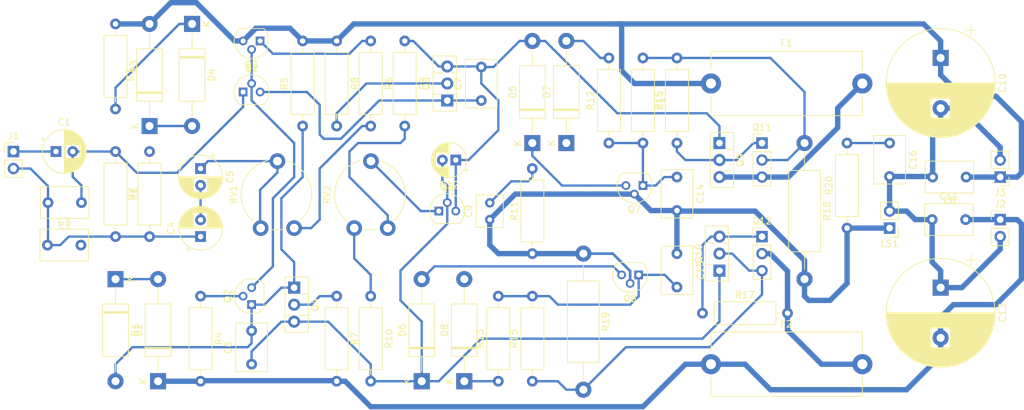
<source format=kicad_pcb>
(kicad_pcb (version 20171130) (host pcbnew 5.1.10)
  (layers (0 F.Cu signal) (31 B.Cu signal) (35 F.Paste user) (37 F.SilkS user) (38 B.Mask user) (39 F.Mask user) (44 Edge.Cuts user))
  (net 0 "")
  (net 1 "Net-(C1-Pad2)")
  (net 2 "Net-(C1-Pad1)")
  (net 3 "Net-(C2-Pad2)")
  (net 4 GND)
  (net 5 "Net-(C4-Pad2)")
  (net 6 "Net-(C5-Pad1)")
  (net 7 "Net-(C6-Pad2)")
  (net 8 "Net-(C12-Pad2)")
  (net 9 "Net-(C12-Pad1)")
  (net 10 "Net-(C7-Pad1)")
  (net 11 "Net-(C9-Pad2)")
  (net 12 "Net-(C14-Pad2)")
  (net 13 -40V)
  (net 14 "Net-(C14-Pad1)")
  (net 15 "Net-(C15-Pad2)")
  (net 16 "Net-(C16-Pad1)")
  (net 17 "Net-(D1-Pad1)")
  (net 18 "Net-(D3-Pad1)")
  (net 19 "Net-(D5-Pad1)")
  (net 20 "Net-(D6-Pad2)")
  (net 21 "Net-(D7-Pad2)")
  (net 22 "Net-(D8-Pad1)")
  (net 23 40V)
  (net 24 "Net-(F2-Pad2)")
  (net 25 "Net-(Q1-Pad2)")
  (net 26 "Net-(Q2-Pad2)")
  (net 27 "Net-(Q4-Pad2)")
  (net 28 "Net-(Q5-Pad2)")
  (net 29 "Net-(Q6-Pad1)")
  (net 30 "Net-(Q11-Pad1)")
  (net 31 "Net-(Q10-Pad3)")
  (net 32 "Net-(Q10-Pad2)")
  (net 33 "Net-(Q11-Pad2)")
  (net 34 "Net-(R6-Pad2)")
  (net 35 "Net-(R9-Pad2)")
  (net 36 "Net-(R10-Pad1)")
  (net 37 "Net-(F1-Pad2)")
  (module Capacitor_THT:CP_Radial_D16.0mm_P7.50mm (layer F.Cu) (at 170.18 110.49 270)
    (fp_text reference C13 (at 3.75 -9.25 90) (layer F.SilkS))
    (fp_text value "2200u x 40V")
    (pad 2 thru_hole circle (at 7.5 0 270) (size 2.4 2.4) (drill 1.2) (layers *.Cu *.Mask) (net 13 -40V))
    (pad 1 thru_hole rect (at 0 0 270) (size 2.4 2.4) (drill 1.2) (layers *.Cu *.Mask) (net 4 GND))
  )
  (module Connector_PinHeader_2.54mm:PinHeader_1x02_P2.54mm_Vertical (layer F.Cu) (at 179.07 93.98 180)
    (fp_text reference J3 (at 0 -2.33) (layer F.SilkS))
    (fp_text value +40V)
    (pad 2 thru_hole oval (at 0 2.54 180) (size 1.7 1.7) (drill 1) (layers *.Cu *.Mask) (net 4 GND))
    (pad 1 thru_hole rect (at 0 0 180) (size 1.7 1.7) (drill 1) (layers *.Cu *.Mask) (net 23 40V))
  )
  (module Connector_PinHeader_2.54mm:PinHeader_1x02_P2.54mm_Vertical (layer F.Cu) (at 179.07 100.33)
    (fp_text reference J2 (at 0 -2.33) (layer F.SilkS))
    (fp_text value -40V)
    (pad 1 thru_hole rect (at 0 0) (size 1.7 1.7) (drill 1) (layers *.Cu *.Mask) (net 13 -40V))
    (pad 2 thru_hole oval (at 0 2.54) (size 1.7 1.7) (drill 1) (layers *.Cu *.Mask) (net 4 GND))
  )
  (module Potentiometer_THT:Potentiometer_Piher_PT-10-V10_Vertical (layer F.Cu) (at 87.63 101.6 90)
    (fp_text reference RV2 (at 5 -9.05 90) (layer F.SilkS))
    (fp_text value 1K)
    (pad 1 thru_hole circle (at 0 0 90) (size 2.34 2.34) (drill 1.3) (layers *.Cu *.Mask) (net 35 "Net-(R9-Pad2)"))
    (pad 2 thru_hole circle (at 10 -2.5 90) (size 2.34 2.34) (drill 1.3) (layers *.Cu *.Mask) (net 29 "Net-(Q6-Pad1)"))
    (pad 3 thru_hole circle (at 0 -5 90) (size 2.34 2.34) (drill 1.3) (layers *.Cu *.Mask) (net 36 "Net-(R10-Pad1)"))
  )
  (module Potentiometer_THT:Potentiometer_Piher_PT-10-V10_Vertical (layer F.Cu) (at 73.66 101.6 90)
    (fp_text reference RV1 (at 5 -9.05 90) (layer F.SilkS))
    (fp_text value 1K)
    (pad 3 thru_hole circle (at 0 -5 90) (size 2.34 2.34) (drill 1.3) (layers *.Cu *.Mask) (net 6 "Net-(C5-Pad1)"))
    (pad 2 thru_hole circle (at 10 -2.5 90) (size 2.34 2.34) (drill 1.3) (layers *.Cu *.Mask) (net 6 "Net-(C5-Pad1)"))
    (pad 1 thru_hole circle (at 0 0 90) (size 2.34 2.34) (drill 1.3) (layers *.Cu *.Mask) (net 34 "Net-(R6-Pad2)"))
  )
  (module Resistor_THT:R_Axial_DIN0309_L9.0mm_D3.2mm_P12.70mm_Horizontal (layer F.Cu) (at 156.21 101.6 90)
    (fp_text reference R20 (at 6.35 -2.72 90) (layer F.SilkS))
    (fp_text value 10)
    (pad 2 thru_hole oval (at 12.7 0 90) (size 1.6 1.6) (drill 0.8) (layers *.Cu *.Mask) (net 16 "Net-(C16-Pad1)"))
    (pad 1 thru_hole circle (at 0 0 90) (size 1.6 1.6) (drill 0.8) (layers *.Cu *.Mask) (net 12 "Net-(C14-Pad2)"))
  )
  (module Resistor_THT:R_Axial_DIN0414_L11.9mm_D4.5mm_P20.32mm_Horizontal (layer F.Cu) (at 116.84 105.41 270)
    (fp_text reference R19 (at 10.16 -3.37 90) (layer F.SilkS))
    (fp_text value 0.33)
    (pad 2 thru_hole oval (at 20.32 0 270) (size 2.4 2.4) (drill 1.2) (layers *.Cu *.Mask) (net 32 "Net-(Q10-Pad2)"))
    (pad 1 thru_hole circle (at 0 0 270) (size 2.4 2.4) (drill 1.2) (layers *.Cu *.Mask) (net 12 "Net-(C14-Pad2)"))
  )
  (module Resistor_THT:R_Axial_DIN0414_L11.9mm_D4.5mm_P20.32mm_Horizontal (layer F.Cu) (at 149.86 88.9 270)
    (fp_text reference R18 (at 10.16 -3.37 90) (layer F.SilkS))
    (fp_text value 0.33)
    (pad 2 thru_hole oval (at 20.32 0 270) (size 2.4 2.4) (drill 1.2) (layers *.Cu *.Mask) (net 12 "Net-(C14-Pad2)"))
    (pad 1 thru_hole circle (at 0 0 270) (size 2.4 2.4) (drill 1.2) (layers *.Cu *.Mask) (net 33 "Net-(Q11-Pad2)"))
  )
  (module Resistor_THT:R_Axial_DIN0309_L9.0mm_D3.2mm_P12.70mm_Horizontal (layer F.Cu) (at 134.62 114.3)
    (fp_text reference R17 (at 6.35 -2.72) (layer F.SilkS))
    (fp_text value 47)
    (pad 2 thru_hole oval (at 12.7 0) (size 1.6 1.6) (drill 0.8) (layers *.Cu *.Mask) (net 24 "Net-(F2-Pad2)"))
    (pad 1 thru_hole circle (at 0 0) (size 1.6 1.6) (drill 0.8) (layers *.Cu *.Mask) (net 31 "Net-(Q10-Pad3)"))
  )
  (module Resistor_THT:R_Axial_DIN0309_L9.0mm_D3.2mm_P12.70mm_Horizontal (layer F.Cu) (at 130.81 88.9 90)
    (fp_text reference R16 (at 6.35 -2.72 90) (layer F.SilkS))
    (fp_text value 47)
    (pad 2 thru_hole oval (at 12.7 0 90) (size 1.6 1.6) (drill 0.8) (layers *.Cu *.Mask) (net 33 "Net-(Q11-Pad2)"))
    (pad 1 thru_hole circle (at 0 0 90) (size 1.6 1.6) (drill 0.8) (layers *.Cu *.Mask) (net 30 "Net-(Q11-Pad1)"))
  )
  (module Resistor_THT:R_Axial_DIN0309_L9.0mm_D3.2mm_P12.70mm_Horizontal (layer F.Cu) (at 109.22 124.46 90)
    (fp_text reference R15 (at 6.35 -2.72 90) (layer F.SilkS))
    (fp_text value 220)
    (pad 2 thru_hole oval (at 12.7 0 90) (size 1.6 1.6) (drill 0.8) (layers *.Cu *.Mask) (net 15 "Net-(C15-Pad2)"))
    (pad 1 thru_hole circle (at 0 0 90) (size 1.6 1.6) (drill 0.8) (layers *.Cu *.Mask) (net 32 "Net-(Q10-Pad2)"))
  )
  (module Resistor_THT:R_Axial_DIN0309_L9.0mm_D3.2mm_P12.70mm_Horizontal (layer F.Cu) (at 125.73 76.2 270)
    (fp_text reference R14 (at 6.35 -2.72 90) (layer F.SilkS))
    (fp_text value 220)
    (pad 2 thru_hole oval (at 12.7 0 270) (size 1.6 1.6) (drill 0.8) (layers *.Cu *.Mask) (net 14 "Net-(C14-Pad1)"))
    (pad 1 thru_hole circle (at 0 0 270) (size 1.6 1.6) (drill 0.8) (layers *.Cu *.Mask) (net 33 "Net-(Q11-Pad2)"))
  )
  (module Resistor_THT:R_Axial_DIN0309_L9.0mm_D3.2mm_P12.70mm_Horizontal (layer F.Cu) (at 104.14 124.46 90)
    (fp_text reference R13 (at 6.35 -2.72 90) (layer F.SilkS))
    (fp_text value 2K2)
    (pad 2 thru_hole oval (at 12.7 0 90) (size 1.6 1.6) (drill 0.8) (layers *.Cu *.Mask) (net 15 "Net-(C15-Pad2)"))
    (pad 1 thru_hole circle (at 0 0 90) (size 1.6 1.6) (drill 0.8) (layers *.Cu *.Mask) (net 22 "Net-(D8-Pad1)"))
  )
  (module Resistor_THT:R_Axial_DIN0309_L9.0mm_D3.2mm_P12.70mm_Horizontal (layer F.Cu) (at 120.65 88.9 90)
    (fp_text reference R12 (at 6.35 -2.72 90) (layer F.SilkS))
    (fp_text value 2K2)
    (pad 2 thru_hole oval (at 12.7 0 90) (size 1.6 1.6) (drill 0.8) (layers *.Cu *.Mask) (net 21 "Net-(D7-Pad2)"))
    (pad 1 thru_hole circle (at 0 0 90) (size 1.6 1.6) (drill 0.8) (layers *.Cu *.Mask) (net 14 "Net-(C14-Pad1)"))
  )
  (module Resistor_THT:R_Axial_DIN0309_L9.0mm_D3.2mm_P12.70mm_Horizontal (layer F.Cu) (at 109.22 105.41 90)
    (fp_text reference R11 (at 6.35 -2.72 90) (layer F.SilkS))
    (fp_text value 47K)
    (pad 2 thru_hole oval (at 12.7 0 90) (size 1.6 1.6) (drill 0.8) (layers *.Cu *.Mask) (net 11 "Net-(C9-Pad2)"))
    (pad 1 thru_hole circle (at 0 0 90) (size 1.6 1.6) (drill 0.8) (layers *.Cu *.Mask) (net 12 "Net-(C14-Pad2)"))
  )
  (module Resistor_THT:R_Axial_DIN0309_L9.0mm_D3.2mm_P12.70mm_Horizontal (layer F.Cu) (at 85.09 111.76 270)
    (fp_text reference R10 (at 6.35 -2.72 90) (layer F.SilkS))
    (fp_text value 1K)
    (pad 2 thru_hole oval (at 12.7 0 270) (size 1.6 1.6) (drill 0.8) (layers *.Cu *.Mask) (net 8 "Net-(C12-Pad2)"))
    (pad 1 thru_hole circle (at 0 0 270) (size 1.6 1.6) (drill 0.8) (layers *.Cu *.Mask) (net 36 "Net-(R10-Pad1)"))
  )
  (module Resistor_THT:R_Axial_DIN0309_L9.0mm_D3.2mm_P12.70mm_Horizontal (layer F.Cu) (at 90.17 73.66 270)
    (fp_text reference R9 (at 6.35 -2.72 90) (layer F.SilkS))
    (fp_text value 2K2)
    (pad 2 thru_hole oval (at 12.7 0 270) (size 1.6 1.6) (drill 0.8) (layers *.Cu *.Mask) (net 35 "Net-(R9-Pad2)"))
    (pad 1 thru_hole circle (at 0 0 270) (size 1.6 1.6) (drill 0.8) (layers *.Cu *.Mask) (net 9 "Net-(C12-Pad1)"))
  )
  (module Resistor_THT:R_Axial_DIN0309_L9.0mm_D3.2mm_P12.70mm_Horizontal (layer F.Cu) (at 80.01 73.66 270)
    (fp_text reference R8 (at 6.35 -2.72 90) (layer F.SilkS))
    (fp_text value 27)
    (pad 2 thru_hole oval (at 12.7 0 270) (size 1.6 1.6) (drill 0.8) (layers *.Cu *.Mask) (net 28 "Net-(Q5-Pad2)"))
    (pad 1 thru_hole circle (at 0 0 270) (size 1.6 1.6) (drill 0.8) (layers *.Cu *.Mask) (net 23 40V))
  )
  (module Resistor_THT:R_Axial_DIN0309_L9.0mm_D3.2mm_P12.70mm_Horizontal (layer F.Cu) (at 80.01 111.76 270)
    (fp_text reference R7 (at 6.35 -2.72 90) (layer F.SilkS))
    (fp_text value 68)
    (pad 2 thru_hole oval (at 12.7 0 270) (size 1.6 1.6) (drill 0.8) (layers *.Cu *.Mask) (net 13 -40V))
    (pad 1 thru_hole circle (at 0 0 270) (size 1.6 1.6) (drill 0.8) (layers *.Cu *.Mask) (net 27 "Net-(Q4-Pad2)"))
  )
  (module Resistor_THT:R_Axial_DIN0309_L9.0mm_D3.2mm_P12.70mm_Horizontal (layer F.Cu) (at 85.09 73.66 270)
    (fp_text reference R6 (at 6.35 -2.72 90) (layer F.SilkS))
    (fp_text value 1K)
    (pad 2 thru_hole oval (at 12.7 0 270) (size 1.6 1.6) (drill 0.8) (layers *.Cu *.Mask) (net 34 "Net-(R6-Pad2)"))
    (pad 1 thru_hole circle (at 0 0 270) (size 1.6 1.6) (drill 0.8) (layers *.Cu *.Mask) (net 11 "Net-(C9-Pad2)"))
  )
  (module Resistor_THT:R_Axial_DIN0309_L9.0mm_D3.2mm_P12.70mm_Horizontal (layer F.Cu) (at 74.93 86.36 90)
    (fp_text reference R5 (at 6.35 -2.72 90) (layer F.SilkS))
    (fp_text value 27K)
    (pad 2 thru_hole oval (at 12.7 0 90) (size 1.6 1.6) (drill 0.8) (layers *.Cu *.Mask) (net 23 40V))
    (pad 1 thru_hole circle (at 0 0 90) (size 1.6 1.6) (drill 0.8) (layers *.Cu *.Mask) (net 7 "Net-(C6-Pad2)"))
  )
  (module Resistor_THT:R_Axial_DIN0309_L9.0mm_D3.2mm_P12.70mm_Horizontal (layer F.Cu) (at 59.69 111.76 270)
    (fp_text reference R4 (at 6.35 -2.72 90) (layer F.SilkS))
    (fp_text value 390)
    (pad 2 thru_hole oval (at 12.7 0 270) (size 1.6 1.6) (drill 0.8) (layers *.Cu *.Mask) (net 13 -40V))
    (pad 1 thru_hole circle (at 0 0 270) (size 1.6 1.6) (drill 0.8) (layers *.Cu *.Mask) (net 26 "Net-(Q2-Pad2)"))
  )
  (module Resistor_THT:R_Axial_DIN0309_L9.0mm_D3.2mm_P12.70mm_Horizontal (layer F.Cu) (at 46.99 71.12 270)
    (fp_text reference R3 (at 6.35 -2.72 90) (layer F.SilkS))
    (fp_text value 1K)
    (pad 2 thru_hole oval (at 12.7 0 270) (size 1.6 1.6) (drill 0.8) (layers *.Cu *.Mask) (net 10 "Net-(C7-Pad1)"))
    (pad 1 thru_hole circle (at 0 0 270) (size 1.6 1.6) (drill 0.8) (layers *.Cu *.Mask) (net 23 40V))
  )
  (module Resistor_THT:R_Axial_DIN0309_L9.0mm_D3.2mm_P12.70mm_Horizontal (layer F.Cu) (at 52.07 102.87 90)
    (fp_text reference R2 (at 6.35 -2.72 90) (layer F.SilkS))
    (fp_text value 47)
    (pad 2 thru_hole oval (at 12.7 0 90) (size 1.6 1.6) (drill 0.8) (layers *.Cu *.Mask) (net 4 GND))
    (pad 1 thru_hole circle (at 0 0 90) (size 1.6 1.6) (drill 0.8) (layers *.Cu *.Mask) (net 3 "Net-(C2-Pad2)"))
  )
  (module Resistor_THT:R_Axial_DIN0309_L9.0mm_D3.2mm_P12.70mm_Horizontal (layer F.Cu) (at 46.99 90.17 270)
    (fp_text reference R1 (at 6.35 -2.72 90) (layer F.SilkS))
    (fp_text value 47K)
    (pad 2 thru_hole oval (at 12.7 0 270) (size 1.6 1.6) (drill 0.8) (layers *.Cu *.Mask) (net 3 "Net-(C2-Pad2)"))
    (pad 1 thru_hole circle (at 0 0 270) (size 1.6 1.6) (drill 0.8) (layers *.Cu *.Mask) (net 1 "Net-(C1-Pad2)"))
  )
  (module Connector_PinHeader_2.54mm:PinHeader_1x03_P2.54mm_Vertical (layer F.Cu) (at 143.51 102.87)
    (fp_text reference Q12 (at 0 -2.33) (layer F.SilkS))
    (fp_text value КТ808)
    (pad 3 thru_hole oval (at 0 5.08) (size 1.7 1.7) (drill 1) (layers *.Cu *.Mask) (net 32 "Net-(Q10-Pad2)"))
    (pad 2 thru_hole oval (at 0 2.54) (size 1.7 1.7) (drill 1) (layers *.Cu *.Mask) (net 24 "Net-(F2-Pad2)"))
    (pad 1 thru_hole rect (at 0 0) (size 1.7 1.7) (drill 1) (layers *.Cu *.Mask) (net 31 "Net-(Q10-Pad3)"))
  )
  (module Connector_PinHeader_2.54mm:PinHeader_1x03_P2.54mm_Vertical (layer F.Cu) (at 143.51 88.9)
    (fp_text reference Q11 (at 0 -2.33) (layer F.SilkS))
    (fp_text value КТ808)
    (pad 3 thru_hole oval (at 0 5.08) (size 1.7 1.7) (drill 1) (layers *.Cu *.Mask) (net 37 "Net-(F1-Pad2)"))
    (pad 2 thru_hole oval (at 0 2.54) (size 1.7 1.7) (drill 1) (layers *.Cu *.Mask) (net 33 "Net-(Q11-Pad2)"))
    (pad 1 thru_hole rect (at 0 0) (size 1.7 1.7) (drill 1) (layers *.Cu *.Mask) (net 30 "Net-(Q11-Pad1)"))
  )
  (module Package_TO_SOT_THT:TO-126-3_Vertical (layer F.Cu) (at 137.16 107.95 90)
    (fp_text reference Q10 (at 2.54 -3.12 90) (layer F.SilkS))
    (fp_text value КТ814Г)
    (pad 3 thru_hole oval (at 5.08 0 90) (size 1.8 1.8) (drill 1) (layers *.Cu *.Mask) (net 31 "Net-(Q10-Pad3)"))
    (pad 2 thru_hole oval (at 2.54 0 90) (size 1.8 1.8) (drill 1) (layers *.Cu *.Mask) (net 32 "Net-(Q10-Pad2)"))
    (pad 1 thru_hole rect (at 0 0 90) (size 1.8 1.8) (drill 1) (layers *.Cu *.Mask) (net 8 "Net-(C12-Pad2)"))
  )
  (module Package_TO_SOT_THT:TO-126-3_Vertical (layer F.Cu) (at 137.16 88.9 270)
    (fp_text reference Q9 (at 2.54 -3.12 90) (layer F.SilkS))
    (fp_text value КТ815Г)
    (pad 3 thru_hole oval (at 5.08 0 270) (size 1.8 1.8) (drill 1) (layers *.Cu *.Mask) (net 37 "Net-(F1-Pad2)"))
    (pad 2 thru_hole oval (at 2.54 0 270) (size 1.8 1.8) (drill 1) (layers *.Cu *.Mask) (net 30 "Net-(Q11-Pad1)"))
    (pad 1 thru_hole rect (at 0 0 270) (size 1.8 1.8) (drill 1) (layers *.Cu *.Mask) (net 9 "Net-(C12-Pad1)"))
  )
  (module Package_TO_SOT_THT:TO-92 (layer F.Cu) (at 125.095 108.585 180)
    (fp_text reference Q8 (at 1.27 -3.56) (layer F.SilkS))
    (fp_text value КТ502Д)
    (pad 1 thru_hole rect (at 0 0 180) (size 1.3 1.3) (drill 0.75) (layers *.Cu *.Mask) (net 15 "Net-(C15-Pad2)"))
    (pad 3 thru_hole circle (at 2.54 0 180) (size 1.3 1.3) (drill 0.75) (layers *.Cu *.Mask) (net 20 "Net-(D6-Pad2)"))
    (pad 2 thru_hole circle (at 1.27 -1.27 180) (size 1.3 1.3) (drill 0.75) (layers *.Cu *.Mask) (net 12 "Net-(C14-Pad2)"))
  )
  (module Package_TO_SOT_THT:TO-92 (layer F.Cu) (at 125.73 95.25 180)
    (fp_text reference Q7 (at 1.27 -3.56) (layer F.SilkS))
    (fp_text value КТ3102Б)
    (pad 1 thru_hole rect (at 0 0 180) (size 1.3 1.3) (drill 0.75) (layers *.Cu *.Mask) (net 14 "Net-(C14-Pad1)"))
    (pad 3 thru_hole circle (at 2.54 0 180) (size 1.3 1.3) (drill 0.75) (layers *.Cu *.Mask) (net 19 "Net-(D5-Pad1)"))
    (pad 2 thru_hole circle (at 1.27 -1.27 180) (size 1.3 1.3) (drill 0.75) (layers *.Cu *.Mask) (net 12 "Net-(C14-Pad2)"))
  )
  (module Package_TO_SOT_THT:TO-92 (layer F.Cu) (at 95.25 99.06)
    (fp_text reference Q6 (at 1.27 -3.56) (layer F.SilkS))
    (fp_text value КТ3102Б)
    (pad 1 thru_hole rect (at 0 0) (size 1.3 1.3) (drill 0.75) (layers *.Cu *.Mask) (net 29 "Net-(Q6-Pad1)"))
    (pad 3 thru_hole circle (at 2.54 0) (size 1.3 1.3) (drill 0.75) (layers *.Cu *.Mask) (net 9 "Net-(C12-Pad1)"))
    (pad 2 thru_hole circle (at 1.27 -1.27) (size 1.3 1.3) (drill 0.75) (layers *.Cu *.Mask) (net 8 "Net-(C12-Pad2)"))
  )
  (module Package_TO_SOT_THT:TO-126-3_Vertical (layer F.Cu) (at 96.52 82.55 90)
    (fp_text reference Q5 (at 2.54 -3.12 90) (layer F.SilkS))
    (fp_text value КТ814Г)
    (pad 3 thru_hole oval (at 5.08 0 90) (size 1.8 1.8) (drill 1) (layers *.Cu *.Mask) (net 9 "Net-(C12-Pad1)"))
    (pad 2 thru_hole oval (at 2.54 0 90) (size 1.8 1.8) (drill 1) (layers *.Cu *.Mask) (net 28 "Net-(Q5-Pad2)"))
    (pad 1 thru_hole rect (at 0 0 90) (size 1.8 1.8) (drill 1) (layers *.Cu *.Mask) (net 10 "Net-(C7-Pad1)"))
  )
  (module Package_TO_SOT_THT:TO-126-3_Vertical (layer F.Cu) (at 73.66 110.49 270)
    (fp_text reference Q4 (at 2.54 -3.12 90) (layer F.SilkS))
    (fp_text value КТ815Г)
    (pad 3 thru_hole oval (at 5.08 0 270) (size 1.8 1.8) (drill 1) (layers *.Cu *.Mask) (net 8 "Net-(C12-Pad2)"))
    (pad 2 thru_hole oval (at 2.54 0 270) (size 1.8 1.8) (drill 1) (layers *.Cu *.Mask) (net 27 "Net-(Q4-Pad2)"))
    (pad 1 thru_hole rect (at 0 0 270) (size 1.8 1.8) (drill 1) (layers *.Cu *.Mask) (net 7 "Net-(C6-Pad2)"))
  )
  (module Package_TO_SOT_THT:TO-92 (layer F.Cu) (at 68.58 73.66 180)
    (fp_text reference Q3 (at 1.27 -3.56) (layer F.SilkS))
    (fp_text value КТ3102Б)
    (pad 1 thru_hole rect (at 0 0 180) (size 1.3 1.3) (drill 0.75) (layers *.Cu *.Mask) (net 11 "Net-(C9-Pad2)"))
    (pad 3 thru_hole circle (at 2.54 0 180) (size 1.3 1.3) (drill 0.75) (layers *.Cu *.Mask) (net 23 40V))
    (pad 2 thru_hole circle (at 1.27 -1.27 180) (size 1.3 1.3) (drill 0.75) (layers *.Cu *.Mask) (net 25 "Net-(Q1-Pad2)"))
  )
  (module Package_TO_SOT_THT:TO-92 (layer F.Cu) (at 67.31 113.03 90)
    (fp_text reference Q2 (at 1.27 -3.56 90) (layer F.SilkS))
    (fp_text value КТ3102Б)
    (pad 2 thru_hole circle (at 1.27 -1.27 90) (size 1.3 1.3) (drill 0.75) (layers *.Cu *.Mask) (net 26 "Net-(Q2-Pad2)"))
    (pad 3 thru_hole circle (at 2.54 0 90) (size 1.3 1.3) (drill 0.75) (layers *.Cu *.Mask) (net 25 "Net-(Q1-Pad2)"))
    (pad 1 thru_hole rect (at 0 0 90) (size 1.3 1.3) (drill 0.75) (layers *.Cu *.Mask) (net 7 "Net-(C6-Pad2)"))
  )
  (module Package_TO_SOT_THT:TO-92 (layer F.Cu) (at 66.04 81.28)
    (fp_text reference Q1 (at 1.27 -3.56) (layer F.SilkS))
    (fp_text value КТ3102Б)
    (pad 1 thru_hole rect (at 0 0) (size 1.3 1.3) (drill 0.75) (layers *.Cu *.Mask) (net 1 "Net-(C1-Pad2)"))
    (pad 3 thru_hole circle (at 2.54 0) (size 1.3 1.3) (drill 0.75) (layers *.Cu *.Mask) (net 10 "Net-(C7-Pad1)"))
    (pad 2 thru_hole circle (at 1.27 -1.27) (size 1.3 1.3) (drill 0.75) (layers *.Cu *.Mask) (net 25 "Net-(Q1-Pad2)"))
  )
  (module Connector_PinHeader_2.54mm:PinHeader_1x02_P2.54mm_Vertical (layer F.Cu) (at 162.56 101.6 180)
    (fp_text reference LS1 (at 0 -2.33) (layer F.SilkS))
    (fp_text value "100W x 4 Ohm")
    (pad 2 thru_hole oval (at 0 2.54 180) (size 1.7 1.7) (drill 1) (layers *.Cu *.Mask) (net 4 GND))
    (pad 1 thru_hole rect (at 0 0 180) (size 1.7 1.7) (drill 1) (layers *.Cu *.Mask) (net 12 "Net-(C14-Pad2)"))
  )
  (module Connector_PinHeader_2.54mm:PinHeader_1x02_P2.54mm_Vertical (layer F.Cu) (at 31.75 90.17)
    (fp_text reference J1 (at 0 -2.33) (layer F.SilkS))
    (fp_text value Input)
    (pad 2 thru_hole oval (at 0 2.54) (size 1.7 1.7) (drill 1) (layers *.Cu *.Mask) (net 3 "Net-(C2-Pad2)"))
    (pad 1 thru_hole rect (at 0 0) (size 1.7 1.7) (drill 1) (layers *.Cu *.Mask) (net 2 "Net-(C1-Pad1)"))
  )
  (module Fuse:Fuseholder_Cylinder-5x20mm_Stelvio-Kontek_PTF78_Horizontal_Open (layer F.Cu) (at 135.89 121.92)
    (fp_text reference F2 (at 11.25 -6) (layer F.SilkS))
    (fp_text value 4A)
    (pad 2 thru_hole circle (at 22.6 0) (size 3 3) (drill 1.5) (layers *.Cu *.Mask) (net 24 "Net-(F2-Pad2)"))
    (pad 1 thru_hole circle (at 0 0) (size 3 3) (drill 1.5) (layers *.Cu *.Mask) (net 13 -40V))
  )
  (module Fuse:Fuseholder_Cylinder-5x20mm_Stelvio-Kontek_PTF78_Horizontal_Open (layer F.Cu) (at 135.89 80.01)
    (fp_text reference F1 (at 11.25 -6) (layer F.SilkS))
    (fp_text value 4A)
    (pad 2 thru_hole circle (at 22.6 0) (size 3 3) (drill 1.5) (layers *.Cu *.Mask) (net 37 "Net-(F1-Pad2)"))
    (pad 1 thru_hole circle (at 0 0) (size 3 3) (drill 1.5) (layers *.Cu *.Mask) (net 23 40V))
  )
  (module Diode_THT:D_DO-15_P15.24mm_Horizontal (layer F.Cu) (at 99.06 124.46 90)
    (fp_text reference D8 (at 7.62 -2.92 90) (layer F.SilkS))
    (fp_text value КД522Б)
    (fp_text user K (at 0 -2.2 90) (layer F.SilkS))
    (pad 2 thru_hole oval (at 15.24 0 90) (size 2.4 2.4) (drill 1.2) (layers *.Cu *.Mask) (net 4 GND))
    (pad 1 thru_hole rect (at 0 0 90) (size 2.4 2.4) (drill 1.2) (layers *.Cu *.Mask) (net 22 "Net-(D8-Pad1)"))
  )
  (module Diode_THT:D_DO-15_P15.24mm_Horizontal (layer F.Cu) (at 114.3 88.9 90)
    (fp_text reference D7 (at 7.62 -2.92 90) (layer F.SilkS))
    (fp_text value КД522Б)
    (fp_text user K (at 0 -2.2 90) (layer F.SilkS))
    (pad 2 thru_hole oval (at 15.24 0 90) (size 2.4 2.4) (drill 1.2) (layers *.Cu *.Mask) (net 21 "Net-(D7-Pad2)"))
    (pad 1 thru_hole rect (at 0 0 90) (size 2.4 2.4) (drill 1.2) (layers *.Cu *.Mask) (net 4 GND))
  )
  (module Diode_THT:D_DO-15_P15.24mm_Horizontal (layer F.Cu) (at 92.71 124.46 90)
    (fp_text reference D6 (at 7.62 -2.92 90) (layer F.SilkS))
    (fp_text value КД522Б)
    (fp_text user K (at 0 -2.2 90) (layer F.SilkS))
    (pad 2 thru_hole oval (at 15.24 0 90) (size 2.4 2.4) (drill 1.2) (layers *.Cu *.Mask) (net 20 "Net-(D6-Pad2)"))
    (pad 1 thru_hole rect (at 0 0 90) (size 2.4 2.4) (drill 1.2) (layers *.Cu *.Mask) (net 8 "Net-(C12-Pad2)"))
  )
  (module Diode_THT:D_DO-15_P15.24mm_Horizontal (layer F.Cu) (at 109.22 88.9 90)
    (fp_text reference D5 (at 7.62 -2.92 90) (layer F.SilkS))
    (fp_text value КД522Б)
    (fp_text user K (at 0 -2.2 90) (layer F.SilkS))
    (pad 2 thru_hole oval (at 15.24 0 90) (size 2.4 2.4) (drill 1.2) (layers *.Cu *.Mask) (net 9 "Net-(C12-Pad1)"))
    (pad 1 thru_hole rect (at 0 0 90) (size 2.4 2.4) (drill 1.2) (layers *.Cu *.Mask) (net 19 "Net-(D5-Pad1)"))
  )
  (module Diode_THT:D_DO-15_P15.24mm_Horizontal (layer F.Cu) (at 58.42 71.12 270)
    (fp_text reference D4 (at 7.62 -2.92 90) (layer F.SilkS))
    (fp_text value КД522Б)
    (fp_text user K (at 0 -2.2 90) (layer F.SilkS))
    (pad 2 thru_hole oval (at 15.24 0 270) (size 2.4 2.4) (drill 1.2) (layers *.Cu *.Mask) (net 18 "Net-(D3-Pad1)"))
    (pad 1 thru_hole rect (at 0 0 270) (size 2.4 2.4) (drill 1.2) (layers *.Cu *.Mask) (net 10 "Net-(C7-Pad1)"))
  )
  (module Diode_THT:D_DO-15_P15.24mm_Horizontal (layer F.Cu) (at 52.07 86.36 90)
    (fp_text reference D3 (at 7.62 -2.92 90) (layer F.SilkS))
    (fp_text value КД522Б)
    (fp_text user K (at 0 -2.2 90) (layer F.SilkS))
    (pad 2 thru_hole oval (at 15.24 0 90) (size 2.4 2.4) (drill 1.2) (layers *.Cu *.Mask) (net 23 40V))
    (pad 1 thru_hole rect (at 0 0 90) (size 2.4 2.4) (drill 1.2) (layers *.Cu *.Mask) (net 18 "Net-(D3-Pad1)"))
  )
  (module Diode_THT:D_DO-15_P15.24mm_Horizontal (layer F.Cu) (at 53.34 124.46 90)
    (fp_text reference D2 (at 7.62 -2.92 90) (layer F.SilkS))
    (fp_text value КД522Б)
    (fp_text user K (at 0 -2.2 90) (layer F.SilkS))
    (pad 2 thru_hole oval (at 15.24 0 90) (size 2.4 2.4) (drill 1.2) (layers *.Cu *.Mask) (net 17 "Net-(D1-Pad1)"))
    (pad 1 thru_hole rect (at 0 0 90) (size 2.4 2.4) (drill 1.2) (layers *.Cu *.Mask) (net 13 -40V))
  )
  (module Diode_THT:D_DO-15_P15.24mm_Horizontal (layer F.Cu) (at 46.99 109.22 270)
    (fp_text reference D1 (at 7.62 -2.92 90) (layer F.SilkS))
    (fp_text value КД522Б)
    (fp_text user K (at 0 -2.2 90) (layer F.SilkS))
    (pad 2 thru_hole oval (at 15.24 0 270) (size 2.4 2.4) (drill 1.2) (layers *.Cu *.Mask) (net 7 "Net-(C6-Pad2)"))
    (pad 1 thru_hole rect (at 0 0 270) (size 2.4 2.4) (drill 1.2) (layers *.Cu *.Mask) (net 17 "Net-(D1-Pad1)"))
  )
  (module Capacitor_THT:C_Rect_L7.0mm_W4.5mm_P5.00mm (layer F.Cu) (at 162.56 88.9 270)
    (fp_text reference C16 (at 2.5 -3.5 90) (layer F.SilkS))
    (fp_text value 100n)
    (pad 2 thru_hole circle (at 5 0 270) (size 1.6 1.6) (drill 0.8) (layers *.Cu *.Mask) (net 4 GND))
    (pad 1 thru_hole circle (at 0 0 270) (size 1.6 1.6) (drill 0.8) (layers *.Cu *.Mask) (net 16 "Net-(C16-Pad1)"))
  )
  (module Capacitor_THT:C_Rect_L7.0mm_W4.5mm_P5.00mm (layer F.Cu) (at 130.81 105.41 270)
    (fp_text reference C15 (at 2.5 -3.5 90) (layer F.SilkS))
    (fp_text value 1n)
    (pad 2 thru_hole circle (at 5 0 270) (size 1.6 1.6) (drill 0.8) (layers *.Cu *.Mask) (net 15 "Net-(C15-Pad2)"))
    (pad 1 thru_hole circle (at 0 0 270) (size 1.6 1.6) (drill 0.8) (layers *.Cu *.Mask) (net 12 "Net-(C14-Pad2)"))
  )
  (module Capacitor_THT:C_Rect_L7.0mm_W4.5mm_P5.00mm (layer F.Cu) (at 130.81 93.98 270)
    (fp_text reference C14 (at 2.5 -3.5 90) (layer F.SilkS))
    (fp_text value 1n)
    (pad 2 thru_hole circle (at 5 0 270) (size 1.6 1.6) (drill 0.8) (layers *.Cu *.Mask) (net 12 "Net-(C14-Pad2)"))
    (pad 1 thru_hole circle (at 0 0 270) (size 1.6 1.6) (drill 0.8) (layers *.Cu *.Mask) (net 14 "Net-(C14-Pad1)"))
  )
  (module Capacitor_THT:CP_Radial_D5.0mm_P2.00mm (layer F.Cu) (at 97.79 91.44 180)
    (fp_text reference C12 (at 1 -3.75) (layer F.SilkS))
    (fp_text value "15u x 40V")
    (pad 2 thru_hole circle (at 2 0 180) (size 1.6 1.6) (drill 0.8) (layers *.Cu *.Mask) (net 8 "Net-(C12-Pad2)"))
    (pad 1 thru_hole rect (at 0 0 180) (size 1.6 1.6) (drill 0.8) (layers *.Cu *.Mask) (net 9 "Net-(C12-Pad1)"))
  )
  (module Capacitor_THT:C_Rect_L7.0mm_W4.5mm_P5.00mm (layer F.Cu) (at 168.91 100.33)
    (fp_text reference C11 (at 2.5 -3.5) (layer F.SilkS))
    (fp_text value 100n)
    (pad 2 thru_hole circle (at 5 0) (size 1.6 1.6) (drill 0.8) (layers *.Cu *.Mask) (net 13 -40V))
    (pad 1 thru_hole circle (at 0 0) (size 1.6 1.6) (drill 0.8) (layers *.Cu *.Mask) (net 4 GND))
  )
  (module Capacitor_THT:CP_Radial_D16.0mm_P7.50mm (layer F.Cu) (at 170.18 76.2 270)
    (fp_text reference C10 (at 3.75 -9.25 90) (layer F.SilkS))
    (fp_text value "2200u x 40V")
    (pad 2 thru_hole circle (at 7.5 0 270) (size 2.4 2.4) (drill 1.2) (layers *.Cu *.Mask) (net 4 GND))
    (pad 1 thru_hole rect (at 0 0 270) (size 2.4 2.4) (drill 1.2) (layers *.Cu *.Mask) (net 23 40V))
  )
  (module Capacitor_THT:C_Rect_L4.6mm_W3.8mm_P2.50mm_MKS02_FKP02 (layer F.Cu) (at 102.87 100.33 90)
    (fp_text reference C9 (at 1.25 -3.15 90) (layer F.SilkS))
    (fp_text value 18p)
    (pad 2 thru_hole circle (at 2.5 0 90) (size 1.4 1.4) (drill 0.7) (layers *.Cu *.Mask) (net 11 "Net-(C9-Pad2)"))
    (pad 1 thru_hole circle (at 0 0 90) (size 1.4 1.4) (drill 0.7) (layers *.Cu *.Mask) (net 12 "Net-(C14-Pad2)"))
  )
  (module Capacitor_THT:C_Rect_L7.0mm_W4.5mm_P5.00mm (layer F.Cu) (at 173.99 93.98 180)
    (fp_text reference C8 (at 2.5 -3.5) (layer F.SilkS))
    (fp_text value 100n)
    (pad 2 thru_hole circle (at 5 0 180) (size 1.6 1.6) (drill 0.8) (layers *.Cu *.Mask) (net 4 GND))
    (pad 1 thru_hole circle (at 0 0 180) (size 1.6 1.6) (drill 0.8) (layers *.Cu *.Mask) (net 23 40V))
  )
  (module Capacitor_THT:C_Rect_L7.0mm_W4.5mm_P5.00mm (layer F.Cu) (at 101.6 82.55 90)
    (fp_text reference C7 (at 2.5 -3.5 90) (layer F.SilkS))
    (fp_text value 100p)
    (pad 1 thru_hole circle (at 0 0 90) (size 1.6 1.6) (drill 0.8) (layers *.Cu *.Mask) (net 10 "Net-(C7-Pad1)"))
    (pad 2 thru_hole circle (at 5 0 90) (size 1.6 1.6) (drill 0.8) (layers *.Cu *.Mask) (net 9 "Net-(C12-Pad1)"))
  )
  (module Capacitor_THT:C_Rect_L7.0mm_W4.5mm_P5.00mm (layer F.Cu) (at 67.31 121.92 90)
    (fp_text reference C6 (at 2.5 -3.5 90) (layer F.SilkS))
    (fp_text value 100p)
    (pad 2 thru_hole circle (at 5 0 90) (size 1.6 1.6) (drill 0.8) (layers *.Cu *.Mask) (net 7 "Net-(C6-Pad2)"))
    (pad 1 thru_hole circle (at 0 0 90) (size 1.6 1.6) (drill 0.8) (layers *.Cu *.Mask) (net 8 "Net-(C12-Pad2)"))
  )
  (module Capacitor_THT:CP_Radial_D6.3mm_P2.50mm (layer F.Cu) (at 59.69 92.71 270)
    (fp_text reference C5 (at 1.25 -4.4 90) (layer F.SilkS))
    (fp_text value "47u x 40V")
    (pad 2 thru_hole circle (at 2.5 0 270) (size 1.6 1.6) (drill 0.8) (layers *.Cu *.Mask) (net 5 "Net-(C4-Pad2)"))
    (pad 1 thru_hole rect (at 0 0 270) (size 1.6 1.6) (drill 0.8) (layers *.Cu *.Mask) (net 6 "Net-(C5-Pad1)"))
  )
  (module Capacitor_THT:CP_Radial_D6.3mm_P2.50mm (layer F.Cu) (at 59.69 102.87 90)
    (fp_text reference C4 (at 1.25 -4.4 90) (layer F.SilkS))
    (fp_text value "47u x 40V")
    (pad 2 thru_hole circle (at 2.5 0 90) (size 1.6 1.6) (drill 0.8) (layers *.Cu *.Mask) (net 5 "Net-(C4-Pad2)"))
    (pad 1 thru_hole rect (at 0 0 90) (size 1.6 1.6) (drill 0.8) (layers *.Cu *.Mask) (net 3 "Net-(C2-Pad2)"))
  )
  (module Capacitor_THT:C_Rect_L7.0mm_W4.5mm_P5.00mm (layer F.Cu) (at 36.83 104.14)
    (fp_text reference C3 (at 2.5 -3.5) (layer F.SilkS))
    (fp_text value 100n)
    (pad 2 thru_hole circle (at 5 0) (size 1.6 1.6) (drill 0.8) (layers *.Cu *.Mask) (net 4 GND))
    (pad 1 thru_hole circle (at 0 0) (size 1.6 1.6) (drill 0.8) (layers *.Cu *.Mask) (net 3 "Net-(C2-Pad2)"))
  )
  (module Capacitor_THT:C_Rect_L7.0mm_W4.5mm_P5.00mm (layer F.Cu) (at 41.91 97.79 180)
    (fp_text reference C2 (at 2.5 -3.5) (layer F.SilkS))
    (fp_text value 220p)
    (pad 2 thru_hole circle (at 5 0 180) (size 1.6 1.6) (drill 0.8) (layers *.Cu *.Mask) (net 3 "Net-(C2-Pad2)"))
    (pad 1 thru_hole circle (at 0 0 180) (size 1.6 1.6) (drill 0.8) (layers *.Cu *.Mask) (net 1 "Net-(C1-Pad2)"))
  )
  (module Capacitor_THT:CP_Radial_D6.3mm_P2.50mm (layer F.Cu) (at 38.1 90.17)
    (fp_text reference C1 (at 1.25 -4.4) (layer F.SilkS))
    (fp_text value "47u x 40V")
    (pad 2 thru_hole circle (at 2.5 0) (size 1.6 1.6) (drill 0.8) (layers *.Cu *.Mask) (net 1 "Net-(C1-Pad2)"))
    (pad 1 thru_hole rect (at 0 0) (size 1.6 1.6) (drill 0.8) (layers *.Cu *.Mask) (net 2 "Net-(C1-Pad1)"))
  )
  (segment (start 40.6 93.94) (end 40.6 90.17) (width 0.35) (layer B.Cu) (net 1))
  (segment (start 41.91 95.25) (end 40.6 93.94) (width 0.35) (layer B.Cu) (net 1))
  (segment (start 41.91 97.79) (end 41.91 95.25) (width 0.35) (layer B.Cu) (net 1))
  (segment (start 40.6 90.17) (end 46.99 90.17) (width 0.35) (layer B.Cu) (net 1))
  (segment (start 66.04 83.5025) (end 66.04 81.28) (width 0.35) (layer B.Cu) (net 1))
  (segment (start 56.1975 93.345) (end 66.04 83.5025) (width 0.35) (layer B.Cu) (net 1))
  (segment (start 50.165 93.345) (end 56.1975 93.345) (width 0.35) (layer B.Cu) (net 1))
  (segment (start 46.99 90.17) (end 50.165 93.345) (width 0.35) (layer B.Cu) (net 1))
  (segment (start 31.75 90.17) (end 38.1 90.17) (width 0.35) (layer B.Cu) (net 2))
  (segment (start 59.69 102.87) (end 46.99 102.87) (width 0.35) (layer B.Cu) (net 3))
  (segment (start 36.91 104.06) (end 36.83 104.14) (width 0.35) (layer B.Cu) (net 3))
  (segment (start 36.91 97.79) (end 36.91 104.06) (width 0.35) (layer B.Cu) (net 3))
  (segment (start 36.83 104.14) (end 38.735 104.14) (width 0.35) (layer B.Cu) (net 3))
  (segment (start 40.005 102.87) (end 46.99 102.87) (width 0.35) (layer B.Cu) (net 3))
  (segment (start 38.735 104.14) (end 40.005 102.87) (width 0.35) (layer B.Cu) (net 3))
  (segment (start 31.75 92.71) (end 34.29 92.71) (width 0.35) (layer B.Cu) (net 3))
  (segment (start 36.91 95.33) (end 36.91 97.79) (width 0.35) (layer B.Cu) (net 3))
  (segment (start 34.29 92.71) (end 36.91 95.33) (width 0.35) (layer B.Cu) (net 3))
  (segment (start 162.56 93.9) (end 162.56 99.06) (width 0.8) (layer B.Cu) (net 4))
  (segment (start 168.91 100.33) (end 166.37 100.33) (width 0.8) (layer B.Cu) (net 4))
  (segment (start 165.1 99.06) (end 162.56 99.06) (width 0.8) (layer B.Cu) (net 4))
  (segment (start 166.37 100.33) (end 165.1 99.06) (width 0.8) (layer B.Cu) (net 4))
  (segment (start 168.91 93.9) (end 168.99 93.98) (width 0.8) (layer B.Cu) (net 4))
  (segment (start 162.56 93.9) (end 168.91 93.9) (width 0.8) (layer B.Cu) (net 4))
  (segment (start 168.91 106.68) (end 168.91 100.33) (width 0.8) (layer B.Cu) (net 4))
  (segment (start 170.18 107.95) (end 168.91 106.68) (width 0.8) (layer B.Cu) (net 4))
  (segment (start 170.18 110.49) (end 170.18 107.95) (width 0.8) (layer B.Cu) (net 4))
  (segment (start 173.355 110.49) (end 170.18 110.49) (width 0.8) (layer B.Cu) (net 4))
  (segment (start 179.07 104.775) (end 173.355 110.49) (width 0.8) (layer B.Cu) (net 4))
  (segment (start 179.07 102.87) (end 179.07 104.775) (width 0.8) (layer B.Cu) (net 4))
  (segment (start 179.07 91.44) (end 179.07 89.535) (width 0.8) (layer B.Cu) (net 4))
  (segment (start 173.235 83.7) (end 170.18 83.7) (width 0.8) (layer B.Cu) (net 4))
  (segment (start 179.07 89.535) (end 173.235 83.7) (width 0.8) (layer B.Cu) (net 4))
  (segment (start 168.99 93.98) (end 168.99 87.55) (width 0.8) (layer B.Cu) (net 4))
  (segment (start 168.99 87.55) (end 170.18 86.36) (width 0.8) (layer B.Cu) (net 4))
  (segment (start 170.18 86.36) (end 170.18 83.7) (width 0.8) (layer B.Cu) (net 4))
  (segment (start 59.69 95.21) (end 59.69 100.37) (width 0.35) (layer B.Cu) (net 5))
  (segment (start 60.8 91.6) (end 59.69 92.71) (width 0.35) (layer B.Cu) (net 6))
  (segment (start 71.16 91.6) (end 60.8 91.6) (width 0.35) (layer B.Cu) (net 6))
  (segment (start 68.58 101.52) (end 68.66 101.6) (width 0.35) (layer B.Cu) (net 6))
  (segment (start 68.58 95.885) (end 68.58 101.52) (width 0.35) (layer B.Cu) (net 6))
  (segment (start 71.16 93.305) (end 68.58 95.885) (width 0.35) (layer B.Cu) (net 6))
  (segment (start 71.16 91.6) (end 71.16 93.305) (width 0.35) (layer B.Cu) (net 6))
  (segment (start 74.93 93.98) (end 74.93 86.36) (width 0.35) (layer B.Cu) (net 7))
  (segment (start 71.755 97.155) (end 74.93 93.98) (width 0.35) (layer B.Cu) (net 7))
  (segment (start 71.755 104.775) (end 71.755 97.155) (width 0.35) (layer B.Cu) (net 7))
  (segment (start 73.66 106.68) (end 71.755 104.775) (width 0.35) (layer B.Cu) (net 7))
  (segment (start 73.66 110.49) (end 73.66 106.68) (width 0.35) (layer B.Cu) (net 7))
  (segment (start 67.31 113.03) (end 67.31 116.92) (width 0.35) (layer B.Cu) (net 7))
  (segment (start 71.755 110.49) (end 73.66 110.49) (width 0.35) (layer B.Cu) (net 7))
  (segment (start 69.215 113.03) (end 71.755 110.49) (width 0.35) (layer B.Cu) (net 7))
  (segment (start 67.31 113.03) (end 69.215 113.03) (width 0.35) (layer B.Cu) (net 7))
  (segment (start 46.99 121.92) (end 46.99 124.46) (width 0.35) (layer B.Cu) (net 7))
  (segment (start 49.53 119.38) (end 46.99 121.92) (width 0.35) (layer B.Cu) (net 7))
  (segment (start 66.715 119.38) (end 49.53 119.38) (width 0.35) (layer B.Cu) (net 7))
  (segment (start 67.31 118.785) (end 66.715 119.38) (width 0.35) (layer B.Cu) (net 7))
  (segment (start 67.31 116.92) (end 67.31 118.785) (width 0.35) (layer B.Cu) (net 7))
  (segment (start 85.09 124.46) (end 92.71 124.46) (width 0.35) (layer B.Cu) (net 8))
  (segment (start 85.09 124.46) (end 85.09 121.92) (width 0.35) (layer B.Cu) (net 8))
  (segment (start 78.74 115.57) (end 73.66 115.57) (width 0.35) (layer B.Cu) (net 8))
  (segment (start 85.09 121.92) (end 78.74 115.57) (width 0.35) (layer B.Cu) (net 8))
  (segment (start 95.79 94.52) (end 95.79 91.44) (width 0.35) (layer B.Cu) (net 8))
  (segment (start 96.52 95.25) (end 95.79 94.52) (width 0.35) (layer B.Cu) (net 8))
  (segment (start 96.52 97.79) (end 96.52 95.25) (width 0.35) (layer B.Cu) (net 8))
  (segment (start 67.31 121.92) (end 67.31 120.015) (width 0.35) (layer B.Cu) (net 8))
  (segment (start 71.755 115.57) (end 73.66 115.57) (width 0.35) (layer B.Cu) (net 8))
  (segment (start 67.31 120.015) (end 71.755 115.57) (width 0.35) (layer B.Cu) (net 8))
  (segment (start 92.71 115.57) (end 92.71 124.46) (width 0.35) (layer B.Cu) (net 8))
  (segment (start 89.535 107.95) (end 89.535 112.395) (width 0.35) (layer B.Cu) (net 8))
  (segment (start 96.52 100.965) (end 89.535 107.95) (width 0.35) (layer B.Cu) (net 8))
  (segment (start 89.535 112.395) (end 92.71 115.57) (width 0.35) (layer B.Cu) (net 8))
  (segment (start 96.52 97.79) (end 96.52 100.965) (width 0.35) (layer B.Cu) (net 8))
  (segment (start 95.25 124.46) (end 92.71 124.46) (width 0.35) (layer B.Cu) (net 8))
  (segment (start 101.6 118.11) (end 95.25 124.46) (width 0.35) (layer B.Cu) (net 8))
  (segment (start 134.62 118.11) (end 101.6 118.11) (width 0.35) (layer B.Cu) (net 8))
  (segment (start 137.16 115.57) (end 134.62 118.11) (width 0.35) (layer B.Cu) (net 8))
  (segment (start 137.16 107.95) (end 137.16 115.57) (width 0.35) (layer B.Cu) (net 8))
  (segment (start 137.16 86.36) (end 137.16 88.9) (width 0.35) (layer B.Cu) (net 9))
  (segment (start 135.255 84.455) (end 137.16 86.36) (width 0.35) (layer B.Cu) (net 9))
  (segment (start 121.92 84.455) (end 135.255 84.455) (width 0.35) (layer B.Cu) (net 9))
  (segment (start 111.125 73.66) (end 121.92 84.455) (width 0.35) (layer B.Cu) (net 9))
  (segment (start 109.22 73.66) (end 111.125 73.66) (width 0.35) (layer B.Cu) (net 9))
  (segment (start 97.79 99.06) (end 97.79 91.44) (width 0.35) (layer B.Cu) (net 9))
  (segment (start 101.6 77.55) (end 103.425 77.55) (width 0.35) (layer B.Cu) (net 9))
  (segment (start 107.315 73.66) (end 109.22 73.66) (width 0.35) (layer B.Cu) (net 9))
  (segment (start 103.425 77.55) (end 107.315 73.66) (width 0.35) (layer B.Cu) (net 9))
  (segment (start 95.25 77.47) (end 96.52 77.47) (width 0.35) (layer B.Cu) (net 9))
  (segment (start 91.44 73.66) (end 95.25 77.47) (width 0.35) (layer B.Cu) (net 9))
  (segment (start 90.17 73.66) (end 91.44 73.66) (width 0.35) (layer B.Cu) (net 9))
  (segment (start 101.52 77.47) (end 101.6 77.55) (width 0.35) (layer B.Cu) (net 9))
  (segment (start 96.52 77.47) (end 101.52 77.47) (width 0.35) (layer B.Cu) (net 9))
  (segment (start 104.14 82.55) (end 101.6 80.01) (width 0.35) (layer B.Cu) (net 9))
  (segment (start 104.14 86.995) (end 104.14 82.55) (width 0.35) (layer B.Cu) (net 9))
  (segment (start 99.695 91.44) (end 104.14 86.995) (width 0.35) (layer B.Cu) (net 9))
  (segment (start 101.6 80.01) (end 101.6 77.55) (width 0.35) (layer B.Cu) (net 9))
  (segment (start 97.79 91.44) (end 99.695 91.44) (width 0.35) (layer B.Cu) (net 9))
  (segment (start 101.6 82.55) (end 96.52 82.55) (width 0.35) (layer B.Cu) (net 10))
  (segment (start 75.565 81.28) (end 72.189751 81.28) (width 0.35) (layer B.Cu) (net 10))
  (segment (start 77.47 83.185) (end 75.565 81.28) (width 0.35) (layer B.Cu) (net 10))
  (segment (start 72.189751 81.28) (end 68.58 81.28) (width 0.35) (layer B.Cu) (net 10))
  (segment (start 77.47 87.63) (end 77.47 83.185) (width 0.35) (layer B.Cu) (net 10))
  (segment (start 78.105 88.265) (end 77.47 87.63) (width 0.35) (layer B.Cu) (net 10))
  (segment (start 80.645 88.265) (end 78.105 88.265) (width 0.35) (layer B.Cu) (net 10))
  (segment (start 86.36 82.55) (end 80.645 88.265) (width 0.35) (layer B.Cu) (net 10))
  (segment (start 96.52 82.55) (end 86.36 82.55) (width 0.35) (layer B.Cu) (net 10))
  (segment (start 46.99 83.82) (end 46.99 80.645) (width 0.35) (layer B.Cu) (net 10))
  (segment (start 46.99 80.645) (end 56.515 71.12) (width 0.35) (layer B.Cu) (net 10))
  (segment (start 56.515 71.12) (end 58.42 71.12) (width 0.35) (layer B.Cu) (net 10))
  (segment (start 102.87 97.83) (end 106.085 94.615) (width 0.35) (layer B.Cu) (net 11))
  (segment (start 106.085 94.615) (end 108.585 94.615) (width 0.35) (layer B.Cu) (net 11))
  (segment (start 109.22 93.98) (end 109.22 92.71) (width 0.35) (layer B.Cu) (net 11))
  (segment (start 108.585 94.615) (end 109.22 93.98) (width 0.35) (layer B.Cu) (net 11))
  (segment (start 68.58 73.66) (end 70.485 75.565) (width 0.35) (layer B.Cu) (net 11))
  (segment (start 70.485 75.565) (end 81.915 75.565) (width 0.35) (layer B.Cu) (net 11))
  (segment (start 83.82 73.66) (end 85.09 73.66) (width 0.35) (layer B.Cu) (net 11))
  (segment (start 81.915 75.565) (end 83.82 73.66) (width 0.35) (layer B.Cu) (net 11))
  (segment (start 162.56 101.6) (end 156.21 101.6) (width 0.8) (layer B.Cu) (net 12))
  (segment (start 149.86 106.439998) (end 142.480002 99.06) (width 0.8) (layer B.Cu) (net 12))
  (segment (start 149.86 109.22) (end 149.86 106.439998) (width 0.8) (layer B.Cu) (net 12))
  (segment (start 130.89 99.06) (end 130.81 98.98) (width 0.8) (layer B.Cu) (net 12))
  (segment (start 142.480002 99.06) (end 130.89 99.06) (width 0.8) (layer B.Cu) (net 12))
  (segment (start 149.86 111.76) (end 149.86 109.22) (width 0.8) (layer B.Cu) (net 12))
  (segment (start 150.495 112.395) (end 149.86 111.76) (width 0.8) (layer B.Cu) (net 12))
  (segment (start 153.67 112.395) (end 150.495 112.395) (width 0.8) (layer B.Cu) (net 12))
  (segment (start 156.21 109.855) (end 153.67 112.395) (width 0.8) (layer B.Cu) (net 12))
  (segment (start 156.21 101.6) (end 156.21 109.855) (width 0.8) (layer B.Cu) (net 12))
  (segment (start 130.81 98.98) (end 130.81 105.41) (width 0.8) (layer B.Cu) (net 12))
  (segment (start 116.84 105.41) (end 109.22 105.41) (width 0.8) (layer B.Cu) (net 12))
  (segment (start 121.230002 105.41) (end 116.84 105.41) (width 0.4) (layer B.Cu) (net 12))
  (segment (start 123.825 109.855) (end 123.825 108.004998) (width 0.4) (layer B.Cu) (net 12))
  (segment (start 123.825 108.004998) (end 121.230002 105.41) (width 0.4) (layer B.Cu) (net 12))
  (segment (start 105.41 97.79) (end 102.87 100.33) (width 0.8) (layer B.Cu) (net 12))
  (segment (start 106.68 96.52) (end 105.41 97.79) (width 0.8) (layer B.Cu) (net 12))
  (segment (start 124.46 96.52) (end 106.68 96.52) (width 0.8) (layer B.Cu) (net 12))
  (segment (start 126.92 98.98) (end 124.46 96.52) (width 0.8) (layer B.Cu) (net 12))
  (segment (start 130.81 98.98) (end 126.92 98.98) (width 0.8) (layer B.Cu) (net 12))
  (segment (start 102.87 104.14) (end 102.87 100.33) (width 0.8) (layer B.Cu) (net 12))
  (segment (start 104.14 105.41) (end 102.87 104.14) (width 0.8) (layer B.Cu) (net 12))
  (segment (start 109.22 105.41) (end 104.14 105.41) (width 0.8) (layer B.Cu) (net 12))
  (segment (start 59.69 124.46) (end 53.34 124.46) (width 0.8) (layer B.Cu) (net 13))
  (segment (start 81.28 124.46) (end 80.01 124.46) (width 0.8) (layer B.Cu) (net 13))
  (segment (start 85.09 128.27) (end 81.28 124.46) (width 0.8) (layer B.Cu) (net 13))
  (segment (start 125.73 128.27) (end 85.09 128.27) (width 0.8) (layer B.Cu) (net 13))
  (segment (start 132.08 121.92) (end 125.73 128.27) (width 0.8) (layer B.Cu) (net 13))
  (segment (start 135.89 121.92) (end 132.08 121.92) (width 0.8) (layer B.Cu) (net 13))
  (segment (start 144.78 125.73) (end 140.97 121.92) (width 0.8) (layer B.Cu) (net 13))
  (segment (start 140.97 121.92) (end 135.89 121.92) (width 0.8) (layer B.Cu) (net 13))
  (segment (start 165.1 125.73) (end 144.78 125.73) (width 0.8) (layer B.Cu) (net 13))
  (segment (start 170.18 120.65) (end 165.1 125.73) (width 0.8) (layer B.Cu) (net 13))
  (segment (start 170.18 117.99) (end 170.18 120.65) (width 0.8) (layer B.Cu) (net 13))
  (segment (start 59.77 124.38) (end 59.69 124.46) (width 0.8) (layer B.Cu) (net 13))
  (segment (start 79.93 124.38) (end 59.77 124.38) (width 0.8) (layer B.Cu) (net 13))
  (segment (start 80.01 124.46) (end 79.93 124.38) (width 0.8) (layer B.Cu) (net 13))
  (segment (start 179.07 100.33) (end 173.99 100.33) (width 0.8) (layer B.Cu) (net 13))
  (segment (start 181.61 100.33) (end 179.07 100.33) (width 0.8) (layer B.Cu) (net 13))
  (segment (start 182.245 100.965) (end 181.61 100.33) (width 0.8) (layer B.Cu) (net 13))
  (segment (start 182.245 109.22) (end 182.245 100.965) (width 0.8) (layer B.Cu) (net 13))
  (segment (start 178.435 113.03) (end 182.245 109.22) (width 0.8) (layer B.Cu) (net 13))
  (segment (start 172.085 113.03) (end 178.435 113.03) (width 0.8) (layer B.Cu) (net 13))
  (segment (start 170.18 114.935) (end 172.085 113.03) (width 0.8) (layer B.Cu) (net 13))
  (segment (start 170.18 117.99) (end 170.18 114.935) (width 0.8) (layer B.Cu) (net 13))
  (segment (start 130.81 93.98) (end 128.905 93.98) (width 0.35) (layer B.Cu) (net 14))
  (segment (start 127.635 95.25) (end 125.73 95.25) (width 0.35) (layer B.Cu) (net 14))
  (segment (start 128.905 93.98) (end 127.635 95.25) (width 0.35) (layer B.Cu) (net 14))
  (segment (start 125.73 88.9) (end 125.73 95.25) (width 0.35) (layer B.Cu) (net 14))
  (segment (start 125.73 88.9) (end 120.65 88.9) (width 0.35) (layer B.Cu) (net 14))
  (segment (start 104.14 111.76) (end 109.22 111.76) (width 0.35) (layer B.Cu) (net 15))
  (segment (start 130.81 110.41) (end 128.985 108.585) (width 0.35) (layer B.Cu) (net 15))
  (segment (start 128.985 108.585) (end 125.095 108.585) (width 0.35) (layer B.Cu) (net 15))
  (segment (start 125.095 111.76) (end 125.095 108.585) (width 0.35) (layer B.Cu) (net 15))
  (segment (start 123.825 113.03) (end 125.095 111.76) (width 0.35) (layer B.Cu) (net 15))
  (segment (start 113.03 113.03) (end 123.825 113.03) (width 0.35) (layer B.Cu) (net 15))
  (segment (start 111.76 111.76) (end 113.03 113.03) (width 0.35) (layer B.Cu) (net 15))
  (segment (start 109.22 111.76) (end 111.76 111.76) (width 0.35) (layer B.Cu) (net 15))
  (segment (start 162.56 88.9) (end 156.21 88.9) (width 0.35) (layer B.Cu) (net 16))
  (segment (start 53.34 109.22) (end 46.99 109.22) (width 0.35) (layer B.Cu) (net 17))
  (segment (start 58.42 86.36) (end 52.07 86.36) (width 0.35) (layer B.Cu) (net 18))
  (segment (start 109.22 88.9) (end 109.22 90.805) (width 0.35) (layer B.Cu) (net 19))
  (segment (start 117.475 95.25) (end 123.19 95.25) (width 0.35) (layer B.Cu) (net 19))
  (segment (start 109.22 90.805) (end 113.665 95.25) (width 0.35) (layer B.Cu) (net 19))
  (segment (start 113.665 95.25) (end 117.475 95.25) (width 0.35) (layer B.Cu) (net 19))
  (segment (start 94.615 107.315) (end 92.71 109.22) (width 0.35) (layer B.Cu) (net 20))
  (segment (start 121.285 107.315) (end 94.615 107.315) (width 0.35) (layer B.Cu) (net 20))
  (segment (start 122.555 108.585) (end 121.285 107.315) (width 0.35) (layer B.Cu) (net 20))
  (segment (start 120.65 76.2) (end 119.38 76.2) (width 0.35) (layer B.Cu) (net 21))
  (segment (start 119.38 76.2) (end 116.84 73.66) (width 0.35) (layer B.Cu) (net 21))
  (segment (start 116.84 73.66) (end 114.3 73.66) (width 0.35) (layer B.Cu) (net 21))
  (segment (start 104.14 124.46) (end 99.06 124.46) (width 0.35) (layer B.Cu) (net 22))
  (segment (start 82.55 71.12) (end 80.01 73.66) (width 0.8) (layer B.Cu) (net 23))
  (segment (start 120.65 71.12) (end 82.55 71.12) (width 0.8) (layer B.Cu) (net 23))
  (segment (start 80.01 73.66) (end 74.93 73.66) (width 0.8) (layer B.Cu) (net 23))
  (segment (start 46.99 71.12) (end 52.07 71.12) (width 0.8) (layer B.Cu) (net 23))
  (segment (start 74.93 73.66) (end 73.025 71.755) (width 0.8) (layer B.Cu) (net 23))
  (segment (start 67.945 71.755) (end 66.04 73.66) (width 0.8) (layer B.Cu) (net 23))
  (segment (start 73.025 71.755) (end 67.945 71.755) (width 0.8) (layer B.Cu) (net 23))
  (segment (start 59.055 67.945) (end 64.77 73.66) (width 0.8) (layer B.Cu) (net 23))
  (segment (start 55.245 67.945) (end 59.055 67.945) (width 0.8) (layer B.Cu) (net 23))
  (segment (start 64.77 73.66) (end 66.04 73.66) (width 0.8) (layer B.Cu) (net 23))
  (segment (start 52.07 71.12) (end 55.245 67.945) (width 0.8) (layer B.Cu) (net 23))
  (segment (start 167.64 71.12) (end 120.65 71.12) (width 0.8) (layer B.Cu) (net 23))
  (segment (start 170.18 73.66) (end 167.64 71.12) (width 0.8) (layer B.Cu) (net 23))
  (segment (start 170.18 76.2) (end 170.18 73.66) (width 0.8) (layer B.Cu) (net 23))
  (segment (start 122.555 71.12) (end 121.92 71.12) (width 0.8) (layer B.Cu) (net 23))
  (segment (start 122.555 78.105) (end 122.555 71.12) (width 0.8) (layer B.Cu) (net 23))
  (segment (start 124.46 80.01) (end 122.555 78.105) (width 0.8) (layer B.Cu) (net 23))
  (segment (start 135.89 80.01) (end 124.46 80.01) (width 0.8) (layer B.Cu) (net 23))
  (segment (start 179.07 93.98) (end 173.99 93.98) (width 0.8) (layer B.Cu) (net 23))
  (segment (start 181.61 93.98) (end 179.07 93.98) (width 0.8) (layer B.Cu) (net 23))
  (segment (start 182.245 93.345) (end 181.61 93.98) (width 0.8) (layer B.Cu) (net 23))
  (segment (start 182.245 85.725) (end 182.245 93.345) (width 0.8) (layer B.Cu) (net 23))
  (segment (start 178.435 81.915) (end 182.245 85.725) (width 0.8) (layer B.Cu) (net 23))
  (segment (start 173.355 81.915) (end 178.435 81.915) (width 0.8) (layer B.Cu) (net 23))
  (segment (start 170.18 78.74) (end 173.355 81.915) (width 0.8) (layer B.Cu) (net 23))
  (segment (start 170.18 76.2) (end 170.18 78.74) (width 0.8) (layer B.Cu) (net 23))
  (segment (start 147.32 108.017919) (end 147.32 114.3) (width 0.8) (layer B.Cu) (net 24))
  (segment (start 144.712081 105.41) (end 147.32 108.017919) (width 0.8) (layer B.Cu) (net 24))
  (segment (start 143.51 105.41) (end 144.712081 105.41) (width 0.8) (layer B.Cu) (net 24))
  (segment (start 147.32 114.3) (end 147.32 116.84) (width 0.8) (layer B.Cu) (net 24))
  (segment (start 152.4 121.92) (end 158.49 121.92) (width 0.8) (layer B.Cu) (net 24))
  (segment (start 147.32 116.84) (end 152.4 121.92) (width 0.8) (layer B.Cu) (net 24))
  (segment (start 67.31 80.01) (end 67.31 74.93) (width 0.35) (layer B.Cu) (net 25))
  (segment (start 67.31 82.55) (end 67.31 80.01) (width 0.35) (layer B.Cu) (net 25))
  (segment (start 73.66 88.9) (end 67.31 82.55) (width 0.35) (layer B.Cu) (net 25))
  (segment (start 73.66 93.98) (end 73.66 88.9) (width 0.35) (layer B.Cu) (net 25))
  (segment (start 70.485 97.155) (end 73.66 93.98) (width 0.35) (layer B.Cu) (net 25))
  (segment (start 70.485 107.315) (end 70.485 97.155) (width 0.35) (layer B.Cu) (net 25))
  (segment (start 67.31 110.49) (end 70.485 107.315) (width 0.35) (layer B.Cu) (net 25))
  (segment (start 66.04 111.76) (end 59.69 111.76) (width 0.35) (layer B.Cu) (net 26))
  (segment (start 76.2 113.03) (end 73.66 113.03) (width 0.35) (layer B.Cu) (net 27))
  (segment (start 77.47 111.76) (end 76.2 113.03) (width 0.35) (layer B.Cu) (net 27))
  (segment (start 80.01 111.76) (end 77.47 111.76) (width 0.35) (layer B.Cu) (net 27))
  (segment (start 84.455 80.01) (end 80.01 84.455) (width 0.35) (layer B.Cu) (net 28))
  (segment (start 80.01 84.455) (end 80.01 86.36) (width 0.35) (layer B.Cu) (net 28))
  (segment (start 96.52 80.01) (end 84.455 80.01) (width 0.35) (layer B.Cu) (net 28))
  (segment (start 85.13 91.6) (end 92.59 99.06) (width 0.35) (layer B.Cu) (net 29))
  (segment (start 92.59 99.06) (end 95.25 99.06) (width 0.35) (layer B.Cu) (net 29))
  (segment (start 143.51 88.9) (end 142.24 88.9) (width 0.35) (layer B.Cu) (net 30))
  (segment (start 139.7 91.44) (end 137.16 91.44) (width 0.35) (layer B.Cu) (net 30))
  (segment (start 142.24 88.9) (end 139.7 91.44) (width 0.35) (layer B.Cu) (net 30))
  (segment (start 137.16 91.44) (end 132.08 91.44) (width 0.35) (layer B.Cu) (net 30))
  (segment (start 130.81 90.17) (end 130.81 88.9) (width 0.35) (layer B.Cu) (net 30))
  (segment (start 132.08 91.44) (end 130.81 90.17) (width 0.35) (layer B.Cu) (net 30))
  (segment (start 143.51 102.87) (end 137.16 102.87) (width 0.35) (layer B.Cu) (net 31))
  (segment (start 135.89 102.87) (end 137.16 102.87) (width 0.35) (layer B.Cu) (net 31))
  (segment (start 134.62 104.14) (end 135.89 102.87) (width 0.35) (layer B.Cu) (net 31))
  (segment (start 134.62 114.3) (end 134.62 104.14) (width 0.35) (layer B.Cu) (net 31))
  (segment (start 143.51 107.95) (end 141.605 107.95) (width 0.35) (layer B.Cu) (net 32))
  (segment (start 139.065 105.41) (end 137.16 105.41) (width 0.35) (layer B.Cu) (net 32))
  (segment (start 141.605 107.95) (end 139.065 105.41) (width 0.35) (layer B.Cu) (net 32))
  (segment (start 116.84 125.73) (end 114.3 125.73) (width 0.35) (layer B.Cu) (net 32))
  (segment (start 113.03 124.46) (end 109.22 124.46) (width 0.35) (layer B.Cu) (net 32))
  (segment (start 114.3 125.73) (end 113.03 124.46) (width 0.35) (layer B.Cu) (net 32))
  (segment (start 123.19 119.38) (end 116.84 125.73) (width 0.35) (layer B.Cu) (net 32))
  (segment (start 135.654998 119.38) (end 123.19 119.38) (width 0.35) (layer B.Cu) (net 32))
  (segment (start 143.51 111.524998) (end 135.654998 119.38) (width 0.35) (layer B.Cu) (net 32))
  (segment (start 143.51 107.95) (end 143.51 111.524998) (width 0.35) (layer B.Cu) (net 32))
  (segment (start 149.86 88.9) (end 147.32 91.44) (width 0.35) (layer B.Cu) (net 33))
  (segment (start 147.32 91.44) (end 143.51 91.44) (width 0.35) (layer B.Cu) (net 33))
  (segment (start 130.81 76.2) (end 125.73 76.2) (width 0.35) (layer B.Cu) (net 33))
  (segment (start 149.86 81.28) (end 149.86 88.9) (width 0.35) (layer B.Cu) (net 33))
  (segment (start 144.78 76.2) (end 149.86 81.28) (width 0.35) (layer B.Cu) (net 33))
  (segment (start 130.81 76.2) (end 144.78 76.2) (width 0.35) (layer B.Cu) (net 33))
  (segment (start 76.2 101.6) (end 73.66 101.6) (width 0.35) (layer B.Cu) (net 34))
  (segment (start 77.47 100.33) (end 76.2 101.6) (width 0.35) (layer B.Cu) (net 34))
  (segment (start 77.47 92.71) (end 77.47 100.33) (width 0.35) (layer B.Cu) (net 34))
  (segment (start 83.82 86.36) (end 77.47 92.71) (width 0.35) (layer B.Cu) (net 34))
  (segment (start 85.09 86.36) (end 83.82 86.36) (width 0.35) (layer B.Cu) (net 34))
  (segment (start 87.63 99.695) (end 87.63 101.6) (width 0.35) (layer B.Cu) (net 35))
  (segment (start 81.915 90.17) (end 81.915 93.98) (width 0.35) (layer B.Cu) (net 35))
  (segment (start 83.185 88.9) (end 81.915 90.17) (width 0.35) (layer B.Cu) (net 35))
  (segment (start 81.915 93.98) (end 87.63 99.695) (width 0.35) (layer B.Cu) (net 35))
  (segment (start 89.535 88.9) (end 83.185 88.9) (width 0.35) (layer B.Cu) (net 35))
  (segment (start 90.17 88.265) (end 89.535 88.9) (width 0.35) (layer B.Cu) (net 35))
  (segment (start 90.17 86.36) (end 90.17 88.265) (width 0.35) (layer B.Cu) (net 35))
  (segment (start 82.63 101.6) (end 82.63 106.125) (width 0.35) (layer B.Cu) (net 36))
  (segment (start 85.09 108.585) (end 85.09 111.76) (width 0.35) (layer B.Cu) (net 36))
  (segment (start 82.63 106.125) (end 85.09 108.585) (width 0.35) (layer B.Cu) (net 36))
  (segment (start 147.444002 93.98) (end 143.51 93.98) (width 0.8) (layer B.Cu) (net 37))
  (segment (start 154.809999 86.614003) (end 147.444002 93.98) (width 0.8) (layer B.Cu) (net 37))
  (segment (start 154.809999 83.690001) (end 154.809999 86.614003) (width 0.8) (layer B.Cu) (net 37))
  (segment (start 158.49 80.01) (end 154.809999 83.690001) (width 0.8) (layer B.Cu) (net 37))
  (segment (start 143.51 93.98) (end 137.16 93.98) (width 0.8) (layer B.Cu) (net 37))
)
</source>
